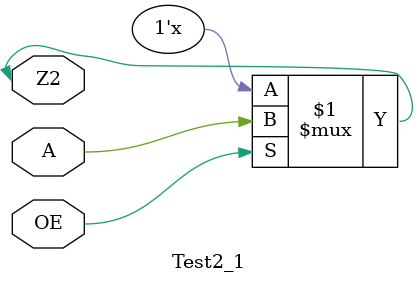
<source format=v>
module Test2_1(input OE, input A, inout Z2);
   assign Z2 = (OE) ? A : 1'bz;
endmodule
</source>
